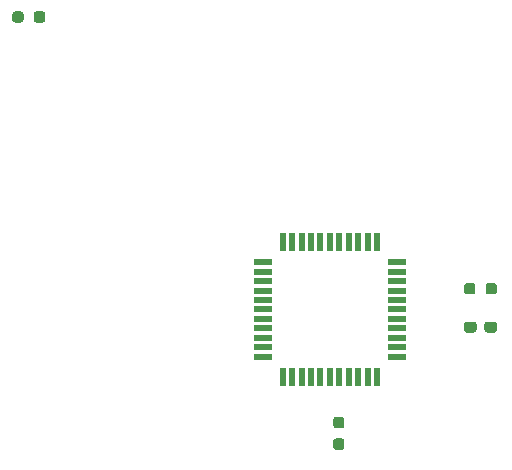
<source format=gbr>
%TF.GenerationSoftware,KiCad,Pcbnew,5.1.9-73d0e3b20d~88~ubuntu20.10.1*%
%TF.CreationDate,2021-04-17T09:46:50+01:00*%
%TF.ProjectId,A1000,41313030-302e-46b6-9963-61645f706362,rev?*%
%TF.SameCoordinates,Original*%
%TF.FileFunction,Paste,Top*%
%TF.FilePolarity,Positive*%
%FSLAX46Y46*%
G04 Gerber Fmt 4.6, Leading zero omitted, Abs format (unit mm)*
G04 Created by KiCad (PCBNEW 5.1.9-73d0e3b20d~88~ubuntu20.10.1) date 2021-04-17 09:46:50*
%MOMM*%
%LPD*%
G01*
G04 APERTURE LIST*
%ADD10R,1.500000X0.550000*%
%ADD11R,0.550000X1.500000*%
G04 APERTURE END LIST*
%TO.C,R1*%
G36*
G01*
X91075000Y-58512500D02*
X91075000Y-58987500D01*
G75*
G02*
X90837500Y-59225000I-237500J0D01*
G01*
X90337500Y-59225000D01*
G75*
G02*
X90100000Y-58987500I0J237500D01*
G01*
X90100000Y-58512500D01*
G75*
G02*
X90337500Y-58275000I237500J0D01*
G01*
X90837500Y-58275000D01*
G75*
G02*
X91075000Y-58512500I0J-237500D01*
G01*
G37*
G36*
G01*
X92900000Y-58512500D02*
X92900000Y-58987500D01*
G75*
G02*
X92662500Y-59225000I-237500J0D01*
G01*
X92162500Y-59225000D01*
G75*
G02*
X91925000Y-58987500I0J237500D01*
G01*
X91925000Y-58512500D01*
G75*
G02*
X92162500Y-58275000I237500J0D01*
G01*
X92662500Y-58275000D01*
G75*
G02*
X92900000Y-58512500I0J-237500D01*
G01*
G37*
%TD*%
D10*
%TO.C,U3*%
X111300000Y-87500000D03*
X111300000Y-86700000D03*
X111300000Y-85900000D03*
X111300000Y-85100000D03*
X111300000Y-84300000D03*
X111300000Y-83500000D03*
X111300000Y-82700000D03*
X111300000Y-81900000D03*
X111300000Y-81100000D03*
X111300000Y-80300000D03*
X111300000Y-79500000D03*
D11*
X113000000Y-77800000D03*
X113800000Y-77800000D03*
X114600000Y-77800000D03*
X115400000Y-77800000D03*
X116200000Y-77800000D03*
X117000000Y-77800000D03*
X117800000Y-77800000D03*
X118600000Y-77800000D03*
X119400000Y-77800000D03*
X120200000Y-77800000D03*
X121000000Y-77800000D03*
D10*
X122700000Y-79500000D03*
X122700000Y-80300000D03*
X122700000Y-81100000D03*
X122700000Y-81900000D03*
X122700000Y-82700000D03*
X122700000Y-83500000D03*
X122700000Y-84300000D03*
X122700000Y-85100000D03*
X122700000Y-85900000D03*
X122700000Y-86700000D03*
X122700000Y-87500000D03*
D11*
X121000000Y-89200000D03*
X120200000Y-89200000D03*
X119400000Y-89200000D03*
X118600000Y-89200000D03*
X117800000Y-89200000D03*
X117000000Y-89200000D03*
X116200000Y-89200000D03*
X115400000Y-89200000D03*
X114600000Y-89200000D03*
X113800000Y-89200000D03*
X113000000Y-89200000D03*
%TD*%
%TO.C,R3*%
G36*
G01*
X130175000Y-81987500D02*
X130175000Y-81512500D01*
G75*
G02*
X130412500Y-81275000I237500J0D01*
G01*
X130912500Y-81275000D01*
G75*
G02*
X131150000Y-81512500I0J-237500D01*
G01*
X131150000Y-81987500D01*
G75*
G02*
X130912500Y-82225000I-237500J0D01*
G01*
X130412500Y-82225000D01*
G75*
G02*
X130175000Y-81987500I0J237500D01*
G01*
G37*
G36*
G01*
X128350000Y-81987500D02*
X128350000Y-81512500D01*
G75*
G02*
X128587500Y-81275000I237500J0D01*
G01*
X129087500Y-81275000D01*
G75*
G02*
X129325000Y-81512500I0J-237500D01*
G01*
X129325000Y-81987500D01*
G75*
G02*
X129087500Y-82225000I-237500J0D01*
G01*
X128587500Y-82225000D01*
G75*
G02*
X128350000Y-81987500I0J237500D01*
G01*
G37*
%TD*%
%TO.C,R2*%
G36*
G01*
X117512500Y-94425000D02*
X117987500Y-94425000D01*
G75*
G02*
X118225000Y-94662500I0J-237500D01*
G01*
X118225000Y-95162500D01*
G75*
G02*
X117987500Y-95400000I-237500J0D01*
G01*
X117512500Y-95400000D01*
G75*
G02*
X117275000Y-95162500I0J237500D01*
G01*
X117275000Y-94662500D01*
G75*
G02*
X117512500Y-94425000I237500J0D01*
G01*
G37*
G36*
G01*
X117512500Y-92600000D02*
X117987500Y-92600000D01*
G75*
G02*
X118225000Y-92837500I0J-237500D01*
G01*
X118225000Y-93337500D01*
G75*
G02*
X117987500Y-93575000I-237500J0D01*
G01*
X117512500Y-93575000D01*
G75*
G02*
X117275000Y-93337500I0J237500D01*
G01*
X117275000Y-92837500D01*
G75*
G02*
X117512500Y-92600000I237500J0D01*
G01*
G37*
%TD*%
%TO.C,C3*%
G36*
G01*
X130075000Y-85237500D02*
X130075000Y-84762500D01*
G75*
G02*
X130312500Y-84525000I237500J0D01*
G01*
X130912500Y-84525000D01*
G75*
G02*
X131150000Y-84762500I0J-237500D01*
G01*
X131150000Y-85237500D01*
G75*
G02*
X130912500Y-85475000I-237500J0D01*
G01*
X130312500Y-85475000D01*
G75*
G02*
X130075000Y-85237500I0J237500D01*
G01*
G37*
G36*
G01*
X128350000Y-85237500D02*
X128350000Y-84762500D01*
G75*
G02*
X128587500Y-84525000I237500J0D01*
G01*
X129187500Y-84525000D01*
G75*
G02*
X129425000Y-84762500I0J-237500D01*
G01*
X129425000Y-85237500D01*
G75*
G02*
X129187500Y-85475000I-237500J0D01*
G01*
X128587500Y-85475000D01*
G75*
G02*
X128350000Y-85237500I0J237500D01*
G01*
G37*
%TD*%
M02*

</source>
